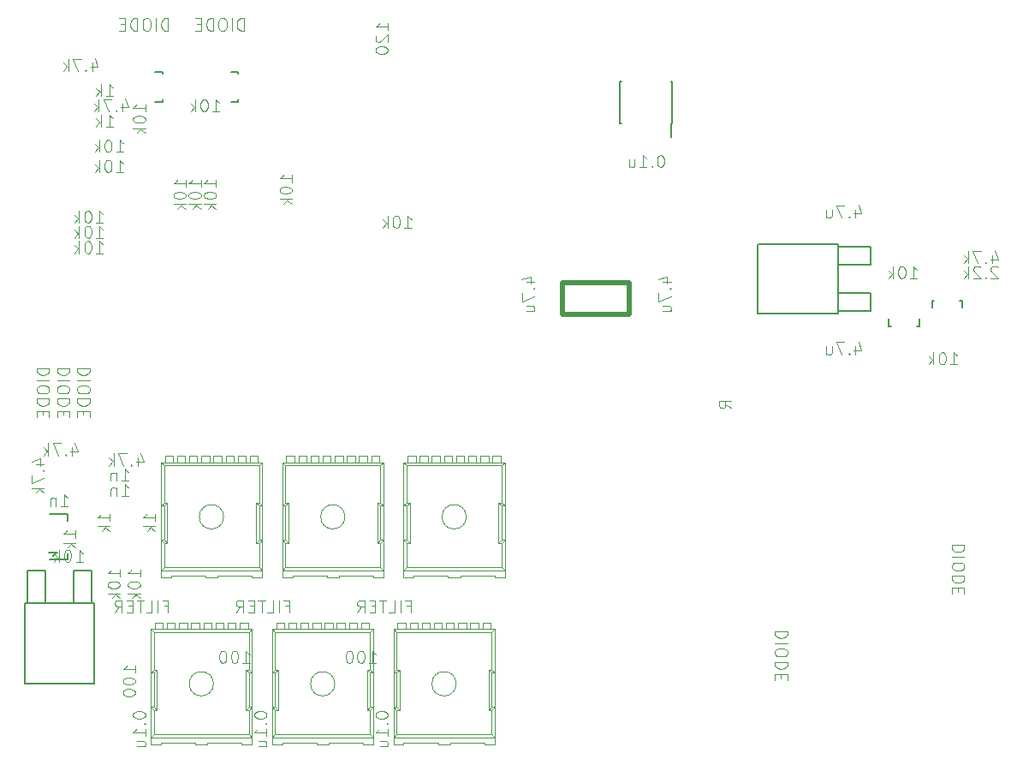
<source format=gbr>
G04 #@! TF.FileFunction,Legend,Bot*
%FSLAX46Y46*%
G04 Gerber Fmt 4.6, Leading zero omitted, Abs format (unit mm)*
G04 Created by KiCad (PCBNEW 4.0.6) date 04/10/17 19:15:21*
%MOMM*%
%LPD*%
G01*
G04 APERTURE LIST*
%ADD10C,0.100000*%
%ADD11C,0.150000*%
%ADD12C,0.500000*%
%ADD13C,0.101600*%
G04 APERTURE END LIST*
D10*
D11*
X5397000Y-63524000D02*
X5397000Y-60349000D01*
X5397000Y-60349000D02*
X7175000Y-60349000D01*
X7175000Y-60349000D02*
X7175000Y-63524000D01*
X825000Y-63524000D02*
X825000Y-60349000D01*
X825000Y-60349000D02*
X2603000Y-60349000D01*
X2603000Y-60349000D02*
X2603000Y-63524000D01*
X7429000Y-69620000D02*
X7429000Y-63524000D01*
X7429000Y-63524000D02*
X571000Y-63524000D01*
X571000Y-63524000D02*
X571000Y-71398000D01*
X571000Y-71525000D02*
X7429000Y-71525000D01*
X7429000Y-71398000D02*
X7429000Y-69620000D01*
X64575000Y-16075000D02*
X64430000Y-16075000D01*
X64575000Y-11925000D02*
X64430000Y-11925000D01*
X59425000Y-11925000D02*
X59570000Y-11925000D01*
X59425000Y-16075000D02*
X59570000Y-16075000D01*
X64575000Y-16075000D02*
X64575000Y-11925000D01*
X59425000Y-16075000D02*
X59425000Y-11925000D01*
X64430000Y-16075000D02*
X64430000Y-17475000D01*
X80976000Y-32897000D02*
X84151000Y-32897000D01*
X84151000Y-32897000D02*
X84151000Y-34675000D01*
X84151000Y-34675000D02*
X80976000Y-34675000D01*
X80976000Y-28325000D02*
X84151000Y-28325000D01*
X84151000Y-28325000D02*
X84151000Y-30103000D01*
X84151000Y-30103000D02*
X80976000Y-30103000D01*
X74880000Y-34929000D02*
X80976000Y-34929000D01*
X80976000Y-34929000D02*
X80976000Y-28071000D01*
X80976000Y-28071000D02*
X73102000Y-28071000D01*
X72975000Y-28071000D02*
X72975000Y-34929000D01*
X73102000Y-34929000D02*
X74880000Y-34929000D01*
X3299340Y-58899920D02*
X3599060Y-58651000D01*
X3599060Y-58651000D02*
X3748920Y-58549400D01*
X3748920Y-58549400D02*
X2900560Y-58549400D01*
X4800480Y-59250440D02*
X2999620Y-59250440D01*
X4800480Y-59250440D02*
X4800480Y-58600200D01*
X4800480Y-54749560D02*
X2999620Y-54749560D01*
X4800480Y-54749560D02*
X4800480Y-55399800D01*
D10*
X34000000Y-77500000D02*
X35000000Y-77500000D01*
X29400000Y-77500000D02*
X30600000Y-77500000D01*
X26000000Y-77500000D02*
X25000000Y-77500000D01*
X29400000Y-77500000D02*
X29400000Y-77300000D01*
X29400000Y-77300000D02*
X26000000Y-77300000D01*
X26000000Y-77300000D02*
X26000000Y-77500000D01*
X34000000Y-77300000D02*
X30600000Y-77300000D01*
X34000000Y-77500000D02*
X34000000Y-77300000D01*
X30600000Y-77500000D02*
X30600000Y-77300000D01*
X35000000Y-77500000D02*
X35000000Y-76800000D01*
X25000000Y-77500000D02*
X25000000Y-76800000D01*
X27400000Y-66100000D02*
X27400000Y-65500000D01*
X27400000Y-65500000D02*
X26600000Y-65500000D01*
X26600000Y-65500000D02*
X26600000Y-66100000D01*
X28600000Y-66100000D02*
X28600000Y-65500000D01*
X28600000Y-65500000D02*
X27800000Y-65500000D01*
X27800000Y-65500000D02*
X27800000Y-66100000D01*
X33800000Y-66100000D02*
X33800000Y-65500000D01*
X33800000Y-65500000D02*
X34600000Y-65500000D01*
X34600000Y-65500000D02*
X34600000Y-66100000D01*
X32600000Y-66100000D02*
X32600000Y-65500000D01*
X32600000Y-65500000D02*
X33400000Y-65500000D01*
X33400000Y-65500000D02*
X33400000Y-66100000D01*
X31400000Y-66100000D02*
X31400000Y-65500000D01*
X31400000Y-65500000D02*
X32200000Y-65500000D01*
X32200000Y-65500000D02*
X32200000Y-66100000D01*
X29800000Y-66100000D02*
X29800000Y-65500000D01*
X29800000Y-65500000D02*
X29000000Y-65500000D01*
X29000000Y-65500000D02*
X29000000Y-66100000D01*
X30200000Y-66100000D02*
X30200000Y-65500000D01*
X30200000Y-65500000D02*
X31000000Y-65500000D01*
X31000000Y-65500000D02*
X31000000Y-66100000D01*
X26200000Y-66100000D02*
X26200000Y-65500000D01*
X26200000Y-65500000D02*
X25400000Y-65500000D01*
X25400000Y-66100000D02*
X25400000Y-65500000D01*
X34700000Y-70400000D02*
X35000000Y-70400000D01*
X34700000Y-73800000D02*
X34700000Y-70400000D01*
X34700000Y-70400000D02*
X34400000Y-70100000D01*
X34400000Y-74100000D02*
X34700000Y-73800000D01*
X34700000Y-73800000D02*
X35000000Y-73800000D01*
X34700000Y-70100000D02*
X34400000Y-70100000D01*
X34400000Y-70100000D02*
X34400000Y-74100000D01*
X34400000Y-74100000D02*
X34700000Y-74100000D01*
X34700000Y-66400000D02*
X34700000Y-70100000D01*
X34700000Y-70100000D02*
X35000000Y-70400000D01*
X34700000Y-74100000D02*
X34700000Y-76500000D01*
X34700000Y-74100000D02*
X35000000Y-73800000D01*
X25300000Y-70400000D02*
X25000000Y-70400000D01*
X25300000Y-73800000D02*
X25300000Y-70400000D01*
X25300000Y-70400000D02*
X25600000Y-70100000D01*
X25600000Y-74100000D02*
X25300000Y-73800000D01*
X25300000Y-73800000D02*
X25000000Y-73800000D01*
X25300000Y-70100000D02*
X25600000Y-70100000D01*
X25600000Y-70100000D02*
X25600000Y-74100000D01*
X25600000Y-74100000D02*
X25300000Y-74100000D01*
X25300000Y-74100000D02*
X25300000Y-76500000D01*
X25300000Y-74100000D02*
X25000000Y-73800000D01*
X25300000Y-70100000D02*
X25300000Y-66400000D01*
X25300000Y-70100000D02*
X25000000Y-70400000D01*
X25000000Y-76800000D02*
X25000000Y-66100000D01*
X35000000Y-66100000D02*
X35000000Y-76800000D01*
X25300000Y-66400000D02*
X34700000Y-66400000D01*
X25300000Y-66400000D02*
X25000000Y-66100000D01*
X35000000Y-66100000D02*
X34700000Y-66400000D01*
X25000000Y-66100000D02*
X35000000Y-66100000D01*
X25000000Y-76800000D02*
X25300000Y-76500000D01*
X25300000Y-76500000D02*
X34700000Y-76500000D01*
X34700000Y-76500000D02*
X35000000Y-76800000D01*
X25000000Y-76800000D02*
X35000000Y-76800000D01*
X31200000Y-71500000D02*
G75*
G03X31200000Y-71500000I-1200000J0D01*
G01*
X35000000Y-61000000D02*
X36000000Y-61000000D01*
X30400000Y-61000000D02*
X31600000Y-61000000D01*
X27000000Y-61000000D02*
X26000000Y-61000000D01*
X30400000Y-61000000D02*
X30400000Y-60800000D01*
X30400000Y-60800000D02*
X27000000Y-60800000D01*
X27000000Y-60800000D02*
X27000000Y-61000000D01*
X35000000Y-60800000D02*
X31600000Y-60800000D01*
X35000000Y-61000000D02*
X35000000Y-60800000D01*
X31600000Y-61000000D02*
X31600000Y-60800000D01*
X36000000Y-61000000D02*
X36000000Y-60300000D01*
X26000000Y-61000000D02*
X26000000Y-60300000D01*
X28400000Y-49600000D02*
X28400000Y-49000000D01*
X28400000Y-49000000D02*
X27600000Y-49000000D01*
X27600000Y-49000000D02*
X27600000Y-49600000D01*
X29600000Y-49600000D02*
X29600000Y-49000000D01*
X29600000Y-49000000D02*
X28800000Y-49000000D01*
X28800000Y-49000000D02*
X28800000Y-49600000D01*
X34800000Y-49600000D02*
X34800000Y-49000000D01*
X34800000Y-49000000D02*
X35600000Y-49000000D01*
X35600000Y-49000000D02*
X35600000Y-49600000D01*
X33600000Y-49600000D02*
X33600000Y-49000000D01*
X33600000Y-49000000D02*
X34400000Y-49000000D01*
X34400000Y-49000000D02*
X34400000Y-49600000D01*
X32400000Y-49600000D02*
X32400000Y-49000000D01*
X32400000Y-49000000D02*
X33200000Y-49000000D01*
X33200000Y-49000000D02*
X33200000Y-49600000D01*
X30800000Y-49600000D02*
X30800000Y-49000000D01*
X30800000Y-49000000D02*
X30000000Y-49000000D01*
X30000000Y-49000000D02*
X30000000Y-49600000D01*
X31200000Y-49600000D02*
X31200000Y-49000000D01*
X31200000Y-49000000D02*
X32000000Y-49000000D01*
X32000000Y-49000000D02*
X32000000Y-49600000D01*
X27200000Y-49600000D02*
X27200000Y-49000000D01*
X27200000Y-49000000D02*
X26400000Y-49000000D01*
X26400000Y-49600000D02*
X26400000Y-49000000D01*
X35700000Y-53900000D02*
X36000000Y-53900000D01*
X35700000Y-57300000D02*
X35700000Y-53900000D01*
X35700000Y-53900000D02*
X35400000Y-53600000D01*
X35400000Y-57600000D02*
X35700000Y-57300000D01*
X35700000Y-57300000D02*
X36000000Y-57300000D01*
X35700000Y-53600000D02*
X35400000Y-53600000D01*
X35400000Y-53600000D02*
X35400000Y-57600000D01*
X35400000Y-57600000D02*
X35700000Y-57600000D01*
X35700000Y-49900000D02*
X35700000Y-53600000D01*
X35700000Y-53600000D02*
X36000000Y-53900000D01*
X35700000Y-57600000D02*
X35700000Y-60000000D01*
X35700000Y-57600000D02*
X36000000Y-57300000D01*
X26300000Y-53900000D02*
X26000000Y-53900000D01*
X26300000Y-57300000D02*
X26300000Y-53900000D01*
X26300000Y-53900000D02*
X26600000Y-53600000D01*
X26600000Y-57600000D02*
X26300000Y-57300000D01*
X26300000Y-57300000D02*
X26000000Y-57300000D01*
X26300000Y-53600000D02*
X26600000Y-53600000D01*
X26600000Y-53600000D02*
X26600000Y-57600000D01*
X26600000Y-57600000D02*
X26300000Y-57600000D01*
X26300000Y-57600000D02*
X26300000Y-60000000D01*
X26300000Y-57600000D02*
X26000000Y-57300000D01*
X26300000Y-53600000D02*
X26300000Y-49900000D01*
X26300000Y-53600000D02*
X26000000Y-53900000D01*
X26000000Y-60300000D02*
X26000000Y-49600000D01*
X36000000Y-49600000D02*
X36000000Y-60300000D01*
X26300000Y-49900000D02*
X35700000Y-49900000D01*
X26300000Y-49900000D02*
X26000000Y-49600000D01*
X36000000Y-49600000D02*
X35700000Y-49900000D01*
X26000000Y-49600000D02*
X36000000Y-49600000D01*
X26000000Y-60300000D02*
X26300000Y-60000000D01*
X26300000Y-60000000D02*
X35700000Y-60000000D01*
X35700000Y-60000000D02*
X36000000Y-60300000D01*
X26000000Y-60300000D02*
X36000000Y-60300000D01*
X32200000Y-55000000D02*
G75*
G03X32200000Y-55000000I-1200000J0D01*
G01*
X22000000Y-77500000D02*
X23000000Y-77500000D01*
X17400000Y-77500000D02*
X18600000Y-77500000D01*
X14000000Y-77500000D02*
X13000000Y-77500000D01*
X17400000Y-77500000D02*
X17400000Y-77300000D01*
X17400000Y-77300000D02*
X14000000Y-77300000D01*
X14000000Y-77300000D02*
X14000000Y-77500000D01*
X22000000Y-77300000D02*
X18600000Y-77300000D01*
X22000000Y-77500000D02*
X22000000Y-77300000D01*
X18600000Y-77500000D02*
X18600000Y-77300000D01*
X23000000Y-77500000D02*
X23000000Y-76800000D01*
X13000000Y-77500000D02*
X13000000Y-76800000D01*
X15400000Y-66100000D02*
X15400000Y-65500000D01*
X15400000Y-65500000D02*
X14600000Y-65500000D01*
X14600000Y-65500000D02*
X14600000Y-66100000D01*
X16600000Y-66100000D02*
X16600000Y-65500000D01*
X16600000Y-65500000D02*
X15800000Y-65500000D01*
X15800000Y-65500000D02*
X15800000Y-66100000D01*
X21800000Y-66100000D02*
X21800000Y-65500000D01*
X21800000Y-65500000D02*
X22600000Y-65500000D01*
X22600000Y-65500000D02*
X22600000Y-66100000D01*
X20600000Y-66100000D02*
X20600000Y-65500000D01*
X20600000Y-65500000D02*
X21400000Y-65500000D01*
X21400000Y-65500000D02*
X21400000Y-66100000D01*
X19400000Y-66100000D02*
X19400000Y-65500000D01*
X19400000Y-65500000D02*
X20200000Y-65500000D01*
X20200000Y-65500000D02*
X20200000Y-66100000D01*
X17800000Y-66100000D02*
X17800000Y-65500000D01*
X17800000Y-65500000D02*
X17000000Y-65500000D01*
X17000000Y-65500000D02*
X17000000Y-66100000D01*
X18200000Y-66100000D02*
X18200000Y-65500000D01*
X18200000Y-65500000D02*
X19000000Y-65500000D01*
X19000000Y-65500000D02*
X19000000Y-66100000D01*
X14200000Y-66100000D02*
X14200000Y-65500000D01*
X14200000Y-65500000D02*
X13400000Y-65500000D01*
X13400000Y-66100000D02*
X13400000Y-65500000D01*
X22700000Y-70400000D02*
X23000000Y-70400000D01*
X22700000Y-73800000D02*
X22700000Y-70400000D01*
X22700000Y-70400000D02*
X22400000Y-70100000D01*
X22400000Y-74100000D02*
X22700000Y-73800000D01*
X22700000Y-73800000D02*
X23000000Y-73800000D01*
X22700000Y-70100000D02*
X22400000Y-70100000D01*
X22400000Y-70100000D02*
X22400000Y-74100000D01*
X22400000Y-74100000D02*
X22700000Y-74100000D01*
X22700000Y-66400000D02*
X22700000Y-70100000D01*
X22700000Y-70100000D02*
X23000000Y-70400000D01*
X22700000Y-74100000D02*
X22700000Y-76500000D01*
X22700000Y-74100000D02*
X23000000Y-73800000D01*
X13300000Y-70400000D02*
X13000000Y-70400000D01*
X13300000Y-73800000D02*
X13300000Y-70400000D01*
X13300000Y-70400000D02*
X13600000Y-70100000D01*
X13600000Y-74100000D02*
X13300000Y-73800000D01*
X13300000Y-73800000D02*
X13000000Y-73800000D01*
X13300000Y-70100000D02*
X13600000Y-70100000D01*
X13600000Y-70100000D02*
X13600000Y-74100000D01*
X13600000Y-74100000D02*
X13300000Y-74100000D01*
X13300000Y-74100000D02*
X13300000Y-76500000D01*
X13300000Y-74100000D02*
X13000000Y-73800000D01*
X13300000Y-70100000D02*
X13300000Y-66400000D01*
X13300000Y-70100000D02*
X13000000Y-70400000D01*
X13000000Y-76800000D02*
X13000000Y-66100000D01*
X23000000Y-66100000D02*
X23000000Y-76800000D01*
X13300000Y-66400000D02*
X22700000Y-66400000D01*
X13300000Y-66400000D02*
X13000000Y-66100000D01*
X23000000Y-66100000D02*
X22700000Y-66400000D01*
X13000000Y-66100000D02*
X23000000Y-66100000D01*
X13000000Y-76800000D02*
X13300000Y-76500000D01*
X13300000Y-76500000D02*
X22700000Y-76500000D01*
X22700000Y-76500000D02*
X23000000Y-76800000D01*
X13000000Y-76800000D02*
X23000000Y-76800000D01*
X19200000Y-71500000D02*
G75*
G03X19200000Y-71500000I-1200000J0D01*
G01*
X23000000Y-61000000D02*
X24000000Y-61000000D01*
X18400000Y-61000000D02*
X19600000Y-61000000D01*
X15000000Y-61000000D02*
X14000000Y-61000000D01*
X18400000Y-61000000D02*
X18400000Y-60800000D01*
X18400000Y-60800000D02*
X15000000Y-60800000D01*
X15000000Y-60800000D02*
X15000000Y-61000000D01*
X23000000Y-60800000D02*
X19600000Y-60800000D01*
X23000000Y-61000000D02*
X23000000Y-60800000D01*
X19600000Y-61000000D02*
X19600000Y-60800000D01*
X24000000Y-61000000D02*
X24000000Y-60300000D01*
X14000000Y-61000000D02*
X14000000Y-60300000D01*
X16400000Y-49600000D02*
X16400000Y-49000000D01*
X16400000Y-49000000D02*
X15600000Y-49000000D01*
X15600000Y-49000000D02*
X15600000Y-49600000D01*
X17600000Y-49600000D02*
X17600000Y-49000000D01*
X17600000Y-49000000D02*
X16800000Y-49000000D01*
X16800000Y-49000000D02*
X16800000Y-49600000D01*
X22800000Y-49600000D02*
X22800000Y-49000000D01*
X22800000Y-49000000D02*
X23600000Y-49000000D01*
X23600000Y-49000000D02*
X23600000Y-49600000D01*
X21600000Y-49600000D02*
X21600000Y-49000000D01*
X21600000Y-49000000D02*
X22400000Y-49000000D01*
X22400000Y-49000000D02*
X22400000Y-49600000D01*
X20400000Y-49600000D02*
X20400000Y-49000000D01*
X20400000Y-49000000D02*
X21200000Y-49000000D01*
X21200000Y-49000000D02*
X21200000Y-49600000D01*
X18800000Y-49600000D02*
X18800000Y-49000000D01*
X18800000Y-49000000D02*
X18000000Y-49000000D01*
X18000000Y-49000000D02*
X18000000Y-49600000D01*
X19200000Y-49600000D02*
X19200000Y-49000000D01*
X19200000Y-49000000D02*
X20000000Y-49000000D01*
X20000000Y-49000000D02*
X20000000Y-49600000D01*
X15200000Y-49600000D02*
X15200000Y-49000000D01*
X15200000Y-49000000D02*
X14400000Y-49000000D01*
X14400000Y-49600000D02*
X14400000Y-49000000D01*
X23700000Y-53900000D02*
X24000000Y-53900000D01*
X23700000Y-57300000D02*
X23700000Y-53900000D01*
X23700000Y-53900000D02*
X23400000Y-53600000D01*
X23400000Y-57600000D02*
X23700000Y-57300000D01*
X23700000Y-57300000D02*
X24000000Y-57300000D01*
X23700000Y-53600000D02*
X23400000Y-53600000D01*
X23400000Y-53600000D02*
X23400000Y-57600000D01*
X23400000Y-57600000D02*
X23700000Y-57600000D01*
X23700000Y-49900000D02*
X23700000Y-53600000D01*
X23700000Y-53600000D02*
X24000000Y-53900000D01*
X23700000Y-57600000D02*
X23700000Y-60000000D01*
X23700000Y-57600000D02*
X24000000Y-57300000D01*
X14300000Y-53900000D02*
X14000000Y-53900000D01*
X14300000Y-57300000D02*
X14300000Y-53900000D01*
X14300000Y-53900000D02*
X14600000Y-53600000D01*
X14600000Y-57600000D02*
X14300000Y-57300000D01*
X14300000Y-57300000D02*
X14000000Y-57300000D01*
X14300000Y-53600000D02*
X14600000Y-53600000D01*
X14600000Y-53600000D02*
X14600000Y-57600000D01*
X14600000Y-57600000D02*
X14300000Y-57600000D01*
X14300000Y-57600000D02*
X14300000Y-60000000D01*
X14300000Y-57600000D02*
X14000000Y-57300000D01*
X14300000Y-53600000D02*
X14300000Y-49900000D01*
X14300000Y-53600000D02*
X14000000Y-53900000D01*
X14000000Y-60300000D02*
X14000000Y-49600000D01*
X24000000Y-49600000D02*
X24000000Y-60300000D01*
X14300000Y-49900000D02*
X23700000Y-49900000D01*
X14300000Y-49900000D02*
X14000000Y-49600000D01*
X24000000Y-49600000D02*
X23700000Y-49900000D01*
X14000000Y-49600000D02*
X24000000Y-49600000D01*
X14000000Y-60300000D02*
X14300000Y-60000000D01*
X14300000Y-60000000D02*
X23700000Y-60000000D01*
X23700000Y-60000000D02*
X24000000Y-60300000D01*
X14000000Y-60300000D02*
X24000000Y-60300000D01*
X20200000Y-55000000D02*
G75*
G03X20200000Y-55000000I-1200000J0D01*
G01*
X46000000Y-77500000D02*
X47000000Y-77500000D01*
X41400000Y-77500000D02*
X42600000Y-77500000D01*
X38000000Y-77500000D02*
X37000000Y-77500000D01*
X41400000Y-77500000D02*
X41400000Y-77300000D01*
X41400000Y-77300000D02*
X38000000Y-77300000D01*
X38000000Y-77300000D02*
X38000000Y-77500000D01*
X46000000Y-77300000D02*
X42600000Y-77300000D01*
X46000000Y-77500000D02*
X46000000Y-77300000D01*
X42600000Y-77500000D02*
X42600000Y-77300000D01*
X47000000Y-77500000D02*
X47000000Y-76800000D01*
X37000000Y-77500000D02*
X37000000Y-76800000D01*
X39400000Y-66100000D02*
X39400000Y-65500000D01*
X39400000Y-65500000D02*
X38600000Y-65500000D01*
X38600000Y-65500000D02*
X38600000Y-66100000D01*
X40600000Y-66100000D02*
X40600000Y-65500000D01*
X40600000Y-65500000D02*
X39800000Y-65500000D01*
X39800000Y-65500000D02*
X39800000Y-66100000D01*
X45800000Y-66100000D02*
X45800000Y-65500000D01*
X45800000Y-65500000D02*
X46600000Y-65500000D01*
X46600000Y-65500000D02*
X46600000Y-66100000D01*
X44600000Y-66100000D02*
X44600000Y-65500000D01*
X44600000Y-65500000D02*
X45400000Y-65500000D01*
X45400000Y-65500000D02*
X45400000Y-66100000D01*
X43400000Y-66100000D02*
X43400000Y-65500000D01*
X43400000Y-65500000D02*
X44200000Y-65500000D01*
X44200000Y-65500000D02*
X44200000Y-66100000D01*
X41800000Y-66100000D02*
X41800000Y-65500000D01*
X41800000Y-65500000D02*
X41000000Y-65500000D01*
X41000000Y-65500000D02*
X41000000Y-66100000D01*
X42200000Y-66100000D02*
X42200000Y-65500000D01*
X42200000Y-65500000D02*
X43000000Y-65500000D01*
X43000000Y-65500000D02*
X43000000Y-66100000D01*
X38200000Y-66100000D02*
X38200000Y-65500000D01*
X38200000Y-65500000D02*
X37400000Y-65500000D01*
X37400000Y-66100000D02*
X37400000Y-65500000D01*
X46700000Y-70400000D02*
X47000000Y-70400000D01*
X46700000Y-73800000D02*
X46700000Y-70400000D01*
X46700000Y-70400000D02*
X46400000Y-70100000D01*
X46400000Y-74100000D02*
X46700000Y-73800000D01*
X46700000Y-73800000D02*
X47000000Y-73800000D01*
X46700000Y-70100000D02*
X46400000Y-70100000D01*
X46400000Y-70100000D02*
X46400000Y-74100000D01*
X46400000Y-74100000D02*
X46700000Y-74100000D01*
X46700000Y-66400000D02*
X46700000Y-70100000D01*
X46700000Y-70100000D02*
X47000000Y-70400000D01*
X46700000Y-74100000D02*
X46700000Y-76500000D01*
X46700000Y-74100000D02*
X47000000Y-73800000D01*
X37300000Y-70400000D02*
X37000000Y-70400000D01*
X37300000Y-73800000D02*
X37300000Y-70400000D01*
X37300000Y-70400000D02*
X37600000Y-70100000D01*
X37600000Y-74100000D02*
X37300000Y-73800000D01*
X37300000Y-73800000D02*
X37000000Y-73800000D01*
X37300000Y-70100000D02*
X37600000Y-70100000D01*
X37600000Y-70100000D02*
X37600000Y-74100000D01*
X37600000Y-74100000D02*
X37300000Y-74100000D01*
X37300000Y-74100000D02*
X37300000Y-76500000D01*
X37300000Y-74100000D02*
X37000000Y-73800000D01*
X37300000Y-70100000D02*
X37300000Y-66400000D01*
X37300000Y-70100000D02*
X37000000Y-70400000D01*
X37000000Y-76800000D02*
X37000000Y-66100000D01*
X47000000Y-66100000D02*
X47000000Y-76800000D01*
X37300000Y-66400000D02*
X46700000Y-66400000D01*
X37300000Y-66400000D02*
X37000000Y-66100000D01*
X47000000Y-66100000D02*
X46700000Y-66400000D01*
X37000000Y-66100000D02*
X47000000Y-66100000D01*
X37000000Y-76800000D02*
X37300000Y-76500000D01*
X37300000Y-76500000D02*
X46700000Y-76500000D01*
X46700000Y-76500000D02*
X47000000Y-76800000D01*
X37000000Y-76800000D02*
X47000000Y-76800000D01*
X43200000Y-71500000D02*
G75*
G03X43200000Y-71500000I-1200000J0D01*
G01*
X47000000Y-61000000D02*
X48000000Y-61000000D01*
X42400000Y-61000000D02*
X43600000Y-61000000D01*
X39000000Y-61000000D02*
X38000000Y-61000000D01*
X42400000Y-61000000D02*
X42400000Y-60800000D01*
X42400000Y-60800000D02*
X39000000Y-60800000D01*
X39000000Y-60800000D02*
X39000000Y-61000000D01*
X47000000Y-60800000D02*
X43600000Y-60800000D01*
X47000000Y-61000000D02*
X47000000Y-60800000D01*
X43600000Y-61000000D02*
X43600000Y-60800000D01*
X48000000Y-61000000D02*
X48000000Y-60300000D01*
X38000000Y-61000000D02*
X38000000Y-60300000D01*
X40400000Y-49600000D02*
X40400000Y-49000000D01*
X40400000Y-49000000D02*
X39600000Y-49000000D01*
X39600000Y-49000000D02*
X39600000Y-49600000D01*
X41600000Y-49600000D02*
X41600000Y-49000000D01*
X41600000Y-49000000D02*
X40800000Y-49000000D01*
X40800000Y-49000000D02*
X40800000Y-49600000D01*
X46800000Y-49600000D02*
X46800000Y-49000000D01*
X46800000Y-49000000D02*
X47600000Y-49000000D01*
X47600000Y-49000000D02*
X47600000Y-49600000D01*
X45600000Y-49600000D02*
X45600000Y-49000000D01*
X45600000Y-49000000D02*
X46400000Y-49000000D01*
X46400000Y-49000000D02*
X46400000Y-49600000D01*
X44400000Y-49600000D02*
X44400000Y-49000000D01*
X44400000Y-49000000D02*
X45200000Y-49000000D01*
X45200000Y-49000000D02*
X45200000Y-49600000D01*
X42800000Y-49600000D02*
X42800000Y-49000000D01*
X42800000Y-49000000D02*
X42000000Y-49000000D01*
X42000000Y-49000000D02*
X42000000Y-49600000D01*
X43200000Y-49600000D02*
X43200000Y-49000000D01*
X43200000Y-49000000D02*
X44000000Y-49000000D01*
X44000000Y-49000000D02*
X44000000Y-49600000D01*
X39200000Y-49600000D02*
X39200000Y-49000000D01*
X39200000Y-49000000D02*
X38400000Y-49000000D01*
X38400000Y-49600000D02*
X38400000Y-49000000D01*
X47700000Y-53900000D02*
X48000000Y-53900000D01*
X47700000Y-57300000D02*
X47700000Y-53900000D01*
X47700000Y-53900000D02*
X47400000Y-53600000D01*
X47400000Y-57600000D02*
X47700000Y-57300000D01*
X47700000Y-57300000D02*
X48000000Y-57300000D01*
X47700000Y-53600000D02*
X47400000Y-53600000D01*
X47400000Y-53600000D02*
X47400000Y-57600000D01*
X47400000Y-57600000D02*
X47700000Y-57600000D01*
X47700000Y-49900000D02*
X47700000Y-53600000D01*
X47700000Y-53600000D02*
X48000000Y-53900000D01*
X47700000Y-57600000D02*
X47700000Y-60000000D01*
X47700000Y-57600000D02*
X48000000Y-57300000D01*
X38300000Y-53900000D02*
X38000000Y-53900000D01*
X38300000Y-57300000D02*
X38300000Y-53900000D01*
X38300000Y-53900000D02*
X38600000Y-53600000D01*
X38600000Y-57600000D02*
X38300000Y-57300000D01*
X38300000Y-57300000D02*
X38000000Y-57300000D01*
X38300000Y-53600000D02*
X38600000Y-53600000D01*
X38600000Y-53600000D02*
X38600000Y-57600000D01*
X38600000Y-57600000D02*
X38300000Y-57600000D01*
X38300000Y-57600000D02*
X38300000Y-60000000D01*
X38300000Y-57600000D02*
X38000000Y-57300000D01*
X38300000Y-53600000D02*
X38300000Y-49900000D01*
X38300000Y-53600000D02*
X38000000Y-53900000D01*
X38000000Y-60300000D02*
X38000000Y-49600000D01*
X48000000Y-49600000D02*
X48000000Y-60300000D01*
X38300000Y-49900000D02*
X47700000Y-49900000D01*
X38300000Y-49900000D02*
X38000000Y-49600000D01*
X48000000Y-49600000D02*
X47700000Y-49900000D01*
X38000000Y-49600000D02*
X48000000Y-49600000D01*
X38000000Y-60300000D02*
X38300000Y-60000000D01*
X38300000Y-60000000D02*
X47700000Y-60000000D01*
X47700000Y-60000000D02*
X48000000Y-60300000D01*
X38000000Y-60300000D02*
X48000000Y-60300000D01*
X44200000Y-55000000D02*
G75*
G03X44200000Y-55000000I-1200000J0D01*
G01*
D11*
X13449200Y-13999820D02*
X14150240Y-13999820D01*
X14150240Y-13999820D02*
X14150240Y-13750900D01*
X14150240Y-11200840D02*
X14150240Y-11000180D01*
X14150240Y-11000180D02*
X13449200Y-11000180D01*
X20949200Y-13999820D02*
X21650240Y-13999820D01*
X21650240Y-13999820D02*
X21650240Y-13750900D01*
X21650240Y-11200840D02*
X21650240Y-11000180D01*
X21650240Y-11000180D02*
X20949200Y-11000180D01*
X93249820Y-34300800D02*
X93249820Y-33599760D01*
X93249820Y-33599760D02*
X93000900Y-33599760D01*
X90450840Y-33599760D02*
X90250180Y-33599760D01*
X90250180Y-33599760D02*
X90250180Y-34300800D01*
X86000180Y-35449200D02*
X86000180Y-36150240D01*
X86000180Y-36150240D02*
X86249100Y-36150240D01*
X88799160Y-36150240D02*
X88999820Y-36150240D01*
X88999820Y-36150240D02*
X88999820Y-35449200D01*
D12*
X60300000Y-35000000D02*
X60300000Y-31900000D01*
X53700000Y-35000000D02*
X53700000Y-31900000D01*
X53700000Y-31900000D02*
X60300000Y-31900000D01*
X53700000Y-35000000D02*
X60300000Y-35000000D01*
D13*
X35236048Y-74517071D02*
X35236048Y-74631976D01*
X35293500Y-74746881D01*
X35350952Y-74804333D01*
X35465857Y-74861786D01*
X35695667Y-74919238D01*
X35982929Y-74919238D01*
X36212738Y-74861786D01*
X36327643Y-74804333D01*
X36385095Y-74746881D01*
X36442548Y-74631976D01*
X36442548Y-74517071D01*
X36385095Y-74402167D01*
X36327643Y-74344714D01*
X36212738Y-74287262D01*
X35982929Y-74229810D01*
X35695667Y-74229810D01*
X35465857Y-74287262D01*
X35350952Y-74344714D01*
X35293500Y-74402167D01*
X35236048Y-74517071D01*
X36327643Y-75436310D02*
X36385095Y-75493762D01*
X36442548Y-75436310D01*
X36385095Y-75378858D01*
X36327643Y-75436310D01*
X36442548Y-75436310D01*
X36442548Y-76642810D02*
X36442548Y-75953382D01*
X36442548Y-76298096D02*
X35236048Y-76298096D01*
X35408405Y-76183191D01*
X35523310Y-76068286D01*
X35580762Y-75953382D01*
X35638214Y-77676953D02*
X36442548Y-77676953D01*
X35638214Y-77159882D02*
X36270190Y-77159882D01*
X36385095Y-77217334D01*
X36442548Y-77332239D01*
X36442548Y-77504596D01*
X36385095Y-77619501D01*
X36327643Y-77676953D01*
X26310571Y-63810571D02*
X26712738Y-63810571D01*
X26712738Y-64442548D02*
X26712738Y-63236048D01*
X26138214Y-63236048D01*
X25678595Y-64442548D02*
X25678595Y-63236048D01*
X24529547Y-64442548D02*
X25104071Y-64442548D01*
X25104071Y-63236048D01*
X24299738Y-63236048D02*
X23610310Y-63236048D01*
X23955024Y-64442548D02*
X23955024Y-63236048D01*
X23208143Y-63810571D02*
X22805976Y-63810571D01*
X22633619Y-64442548D02*
X23208143Y-64442548D01*
X23208143Y-63236048D01*
X22633619Y-63236048D01*
X21427120Y-64442548D02*
X21829286Y-63868024D01*
X22116548Y-64442548D02*
X22116548Y-63236048D01*
X21656929Y-63236048D01*
X21542024Y-63293500D01*
X21484572Y-63350952D01*
X21427120Y-63465857D01*
X21427120Y-63638214D01*
X21484572Y-63753119D01*
X21542024Y-63810571D01*
X21656929Y-63868024D01*
X22116548Y-63868024D01*
X14310571Y-63810571D02*
X14712738Y-63810571D01*
X14712738Y-64442548D02*
X14712738Y-63236048D01*
X14138214Y-63236048D01*
X13678595Y-64442548D02*
X13678595Y-63236048D01*
X12529547Y-64442548D02*
X13104071Y-64442548D01*
X13104071Y-63236048D01*
X12299738Y-63236048D02*
X11610310Y-63236048D01*
X11955024Y-64442548D02*
X11955024Y-63236048D01*
X11208143Y-63810571D02*
X10805976Y-63810571D01*
X10633619Y-64442548D02*
X11208143Y-64442548D01*
X11208143Y-63236048D01*
X10633619Y-63236048D01*
X9427120Y-64442548D02*
X9829286Y-63868024D01*
X10116548Y-64442548D02*
X10116548Y-63236048D01*
X9656929Y-63236048D01*
X9542024Y-63293500D01*
X9484572Y-63350952D01*
X9427120Y-63465857D01*
X9427120Y-63638214D01*
X9484572Y-63753119D01*
X9542024Y-63810571D01*
X9656929Y-63868024D01*
X10116548Y-63868024D01*
X38310571Y-63810571D02*
X38712738Y-63810571D01*
X38712738Y-64442548D02*
X38712738Y-63236048D01*
X38138214Y-63236048D01*
X37678595Y-64442548D02*
X37678595Y-63236048D01*
X36529547Y-64442548D02*
X37104071Y-64442548D01*
X37104071Y-63236048D01*
X36299738Y-63236048D02*
X35610310Y-63236048D01*
X35955024Y-64442548D02*
X35955024Y-63236048D01*
X35208143Y-63810571D02*
X34805976Y-63810571D01*
X34633619Y-64442548D02*
X35208143Y-64442548D01*
X35208143Y-63236048D01*
X34633619Y-63236048D01*
X33427120Y-64442548D02*
X33829286Y-63868024D01*
X34116548Y-64442548D02*
X34116548Y-63236048D01*
X33656929Y-63236048D01*
X33542024Y-63293500D01*
X33484572Y-63350952D01*
X33427120Y-63465857D01*
X33427120Y-63638214D01*
X33484572Y-63753119D01*
X33542024Y-63810571D01*
X33656929Y-63868024D01*
X34116548Y-63868024D01*
X8580762Y-13442548D02*
X9270190Y-13442548D01*
X8925476Y-13442548D02*
X8925476Y-12236048D01*
X9040381Y-12408405D01*
X9155286Y-12523310D01*
X9270190Y-12580762D01*
X8063690Y-13442548D02*
X8063690Y-12236048D01*
X7948785Y-12982929D02*
X7604071Y-13442548D01*
X7604071Y-12638214D02*
X8063690Y-13097833D01*
X8580762Y-16442548D02*
X9270190Y-16442548D01*
X8925476Y-16442548D02*
X8925476Y-15236048D01*
X9040381Y-15408405D01*
X9155286Y-15523310D01*
X9270190Y-15580762D01*
X8063690Y-16442548D02*
X8063690Y-15236048D01*
X7948785Y-15982929D02*
X7604071Y-16442548D01*
X7604071Y-15638214D02*
X8063690Y-16097833D01*
X7580762Y-25942548D02*
X8270190Y-25942548D01*
X7925476Y-25942548D02*
X7925476Y-24736048D01*
X8040381Y-24908405D01*
X8155286Y-25023310D01*
X8270190Y-25080762D01*
X6833881Y-24736048D02*
X6718976Y-24736048D01*
X6604071Y-24793500D01*
X6546619Y-24850952D01*
X6489166Y-24965857D01*
X6431714Y-25195667D01*
X6431714Y-25482929D01*
X6489166Y-25712738D01*
X6546619Y-25827643D01*
X6604071Y-25885095D01*
X6718976Y-25942548D01*
X6833881Y-25942548D01*
X6948785Y-25885095D01*
X7006238Y-25827643D01*
X7063690Y-25712738D01*
X7121142Y-25482929D01*
X7121142Y-25195667D01*
X7063690Y-24965857D01*
X7006238Y-24850952D01*
X6948785Y-24793500D01*
X6833881Y-24736048D01*
X5914642Y-25942548D02*
X5914642Y-24736048D01*
X5799737Y-25482929D02*
X5455023Y-25942548D01*
X5455023Y-25138214D02*
X5914642Y-25597833D01*
X7580762Y-27442548D02*
X8270190Y-27442548D01*
X7925476Y-27442548D02*
X7925476Y-26236048D01*
X8040381Y-26408405D01*
X8155286Y-26523310D01*
X8270190Y-26580762D01*
X6833881Y-26236048D02*
X6718976Y-26236048D01*
X6604071Y-26293500D01*
X6546619Y-26350952D01*
X6489166Y-26465857D01*
X6431714Y-26695667D01*
X6431714Y-26982929D01*
X6489166Y-27212738D01*
X6546619Y-27327643D01*
X6604071Y-27385095D01*
X6718976Y-27442548D01*
X6833881Y-27442548D01*
X6948785Y-27385095D01*
X7006238Y-27327643D01*
X7063690Y-27212738D01*
X7121142Y-26982929D01*
X7121142Y-26695667D01*
X7063690Y-26465857D01*
X7006238Y-26350952D01*
X6948785Y-26293500D01*
X6833881Y-26236048D01*
X5914642Y-27442548D02*
X5914642Y-26236048D01*
X5799737Y-26982929D02*
X5455023Y-27442548D01*
X5455023Y-26638214D02*
X5914642Y-27097833D01*
X7580762Y-28942548D02*
X8270190Y-28942548D01*
X7925476Y-28942548D02*
X7925476Y-27736048D01*
X8040381Y-27908405D01*
X8155286Y-28023310D01*
X8270190Y-28080762D01*
X6833881Y-27736048D02*
X6718976Y-27736048D01*
X6604071Y-27793500D01*
X6546619Y-27850952D01*
X6489166Y-27965857D01*
X6431714Y-28195667D01*
X6431714Y-28482929D01*
X6489166Y-28712738D01*
X6546619Y-28827643D01*
X6604071Y-28885095D01*
X6718976Y-28942548D01*
X6833881Y-28942548D01*
X6948785Y-28885095D01*
X7006238Y-28827643D01*
X7063690Y-28712738D01*
X7121142Y-28482929D01*
X7121142Y-28195667D01*
X7063690Y-27965857D01*
X7006238Y-27850952D01*
X6948785Y-27793500D01*
X6833881Y-27736048D01*
X5914642Y-28942548D02*
X5914642Y-27736048D01*
X5799737Y-28482929D02*
X5455023Y-28942548D01*
X5455023Y-28138214D02*
X5914642Y-28597833D01*
X38080762Y-26442548D02*
X38770190Y-26442548D01*
X38425476Y-26442548D02*
X38425476Y-25236048D01*
X38540381Y-25408405D01*
X38655286Y-25523310D01*
X38770190Y-25580762D01*
X37333881Y-25236048D02*
X37218976Y-25236048D01*
X37104071Y-25293500D01*
X37046619Y-25350952D01*
X36989166Y-25465857D01*
X36931714Y-25695667D01*
X36931714Y-25982929D01*
X36989166Y-26212738D01*
X37046619Y-26327643D01*
X37104071Y-26385095D01*
X37218976Y-26442548D01*
X37333881Y-26442548D01*
X37448785Y-26385095D01*
X37506238Y-26327643D01*
X37563690Y-26212738D01*
X37621142Y-25982929D01*
X37621142Y-25695667D01*
X37563690Y-25465857D01*
X37506238Y-25350952D01*
X37448785Y-25293500D01*
X37333881Y-25236048D01*
X36414642Y-26442548D02*
X36414642Y-25236048D01*
X36299737Y-25982929D02*
X35955023Y-26442548D01*
X35955023Y-25638214D02*
X36414642Y-26097833D01*
X26942548Y-21919238D02*
X26942548Y-21229810D01*
X26942548Y-21574524D02*
X25736048Y-21574524D01*
X25908405Y-21459619D01*
X26023310Y-21344714D01*
X26080762Y-21229810D01*
X25736048Y-22666119D02*
X25736048Y-22781024D01*
X25793500Y-22895929D01*
X25850952Y-22953381D01*
X25965857Y-23010834D01*
X26195667Y-23068286D01*
X26482929Y-23068286D01*
X26712738Y-23010834D01*
X26827643Y-22953381D01*
X26885095Y-22895929D01*
X26942548Y-22781024D01*
X26942548Y-22666119D01*
X26885095Y-22551215D01*
X26827643Y-22493762D01*
X26712738Y-22436310D01*
X26482929Y-22378858D01*
X26195667Y-22378858D01*
X25965857Y-22436310D01*
X25850952Y-22493762D01*
X25793500Y-22551215D01*
X25736048Y-22666119D01*
X26942548Y-23585358D02*
X25736048Y-23585358D01*
X26482929Y-23700263D02*
X26942548Y-24044977D01*
X26138214Y-24044977D02*
X26597833Y-23585358D01*
X23236048Y-74517071D02*
X23236048Y-74631976D01*
X23293500Y-74746881D01*
X23350952Y-74804333D01*
X23465857Y-74861786D01*
X23695667Y-74919238D01*
X23982929Y-74919238D01*
X24212738Y-74861786D01*
X24327643Y-74804333D01*
X24385095Y-74746881D01*
X24442548Y-74631976D01*
X24442548Y-74517071D01*
X24385095Y-74402167D01*
X24327643Y-74344714D01*
X24212738Y-74287262D01*
X23982929Y-74229810D01*
X23695667Y-74229810D01*
X23465857Y-74287262D01*
X23350952Y-74344714D01*
X23293500Y-74402167D01*
X23236048Y-74517071D01*
X24327643Y-75436310D02*
X24385095Y-75493762D01*
X24442548Y-75436310D01*
X24385095Y-75378858D01*
X24327643Y-75436310D01*
X24442548Y-75436310D01*
X24442548Y-76642810D02*
X24442548Y-75953382D01*
X24442548Y-76298096D02*
X23236048Y-76298096D01*
X23408405Y-76183191D01*
X23523310Y-76068286D01*
X23580762Y-75953382D01*
X23638214Y-77676953D02*
X24442548Y-77676953D01*
X23638214Y-77159882D02*
X24270190Y-77159882D01*
X24385095Y-77217334D01*
X24442548Y-77332239D01*
X24442548Y-77504596D01*
X24385095Y-77619501D01*
X24327643Y-77676953D01*
X11236048Y-74517071D02*
X11236048Y-74631976D01*
X11293500Y-74746881D01*
X11350952Y-74804333D01*
X11465857Y-74861786D01*
X11695667Y-74919238D01*
X11982929Y-74919238D01*
X12212738Y-74861786D01*
X12327643Y-74804333D01*
X12385095Y-74746881D01*
X12442548Y-74631976D01*
X12442548Y-74517071D01*
X12385095Y-74402167D01*
X12327643Y-74344714D01*
X12212738Y-74287262D01*
X11982929Y-74229810D01*
X11695667Y-74229810D01*
X11465857Y-74287262D01*
X11350952Y-74344714D01*
X11293500Y-74402167D01*
X11236048Y-74517071D01*
X12327643Y-75436310D02*
X12385095Y-75493762D01*
X12442548Y-75436310D01*
X12385095Y-75378858D01*
X12327643Y-75436310D01*
X12442548Y-75436310D01*
X12442548Y-76642810D02*
X12442548Y-75953382D01*
X12442548Y-76298096D02*
X11236048Y-76298096D01*
X11408405Y-76183191D01*
X11523310Y-76068286D01*
X11580762Y-75953382D01*
X11638214Y-77676953D02*
X12442548Y-77676953D01*
X11638214Y-77159882D02*
X12270190Y-77159882D01*
X12385095Y-77217334D01*
X12442548Y-77332239D01*
X12442548Y-77504596D01*
X12385095Y-77619501D01*
X12327643Y-77676953D01*
X22080762Y-69442548D02*
X22770190Y-69442548D01*
X22425476Y-69442548D02*
X22425476Y-68236048D01*
X22540381Y-68408405D01*
X22655286Y-68523310D01*
X22770190Y-68580762D01*
X21333881Y-68236048D02*
X21218976Y-68236048D01*
X21104071Y-68293500D01*
X21046619Y-68350952D01*
X20989166Y-68465857D01*
X20931714Y-68695667D01*
X20931714Y-68982929D01*
X20989166Y-69212738D01*
X21046619Y-69327643D01*
X21104071Y-69385095D01*
X21218976Y-69442548D01*
X21333881Y-69442548D01*
X21448785Y-69385095D01*
X21506238Y-69327643D01*
X21563690Y-69212738D01*
X21621142Y-68982929D01*
X21621142Y-68695667D01*
X21563690Y-68465857D01*
X21506238Y-68350952D01*
X21448785Y-68293500D01*
X21333881Y-68236048D01*
X20184833Y-68236048D02*
X20069928Y-68236048D01*
X19955023Y-68293500D01*
X19897571Y-68350952D01*
X19840118Y-68465857D01*
X19782666Y-68695667D01*
X19782666Y-68982929D01*
X19840118Y-69212738D01*
X19897571Y-69327643D01*
X19955023Y-69385095D01*
X20069928Y-69442548D01*
X20184833Y-69442548D01*
X20299737Y-69385095D01*
X20357190Y-69327643D01*
X20414642Y-69212738D01*
X20472094Y-68982929D01*
X20472094Y-68695667D01*
X20414642Y-68465857D01*
X20357190Y-68350952D01*
X20299737Y-68293500D01*
X20184833Y-68236048D01*
X11442548Y-70419238D02*
X11442548Y-69729810D01*
X11442548Y-70074524D02*
X10236048Y-70074524D01*
X10408405Y-69959619D01*
X10523310Y-69844714D01*
X10580762Y-69729810D01*
X10236048Y-71166119D02*
X10236048Y-71281024D01*
X10293500Y-71395929D01*
X10350952Y-71453381D01*
X10465857Y-71510834D01*
X10695667Y-71568286D01*
X10982929Y-71568286D01*
X11212738Y-71510834D01*
X11327643Y-71453381D01*
X11385095Y-71395929D01*
X11442548Y-71281024D01*
X11442548Y-71166119D01*
X11385095Y-71051215D01*
X11327643Y-70993762D01*
X11212738Y-70936310D01*
X10982929Y-70878858D01*
X10695667Y-70878858D01*
X10465857Y-70936310D01*
X10350952Y-70993762D01*
X10293500Y-71051215D01*
X10236048Y-71166119D01*
X10236048Y-72315167D02*
X10236048Y-72430072D01*
X10293500Y-72544977D01*
X10350952Y-72602429D01*
X10465857Y-72659882D01*
X10695667Y-72717334D01*
X10982929Y-72717334D01*
X11212738Y-72659882D01*
X11327643Y-72602429D01*
X11385095Y-72544977D01*
X11442548Y-72430072D01*
X11442548Y-72315167D01*
X11385095Y-72200263D01*
X11327643Y-72142810D01*
X11212738Y-72085358D01*
X10982929Y-72027906D01*
X10695667Y-72027906D01*
X10465857Y-72085358D01*
X10350952Y-72142810D01*
X10293500Y-72200263D01*
X10236048Y-72315167D01*
X34580762Y-69442548D02*
X35270190Y-69442548D01*
X34925476Y-69442548D02*
X34925476Y-68236048D01*
X35040381Y-68408405D01*
X35155286Y-68523310D01*
X35270190Y-68580762D01*
X33833881Y-68236048D02*
X33718976Y-68236048D01*
X33604071Y-68293500D01*
X33546619Y-68350952D01*
X33489166Y-68465857D01*
X33431714Y-68695667D01*
X33431714Y-68982929D01*
X33489166Y-69212738D01*
X33546619Y-69327643D01*
X33604071Y-69385095D01*
X33718976Y-69442548D01*
X33833881Y-69442548D01*
X33948785Y-69385095D01*
X34006238Y-69327643D01*
X34063690Y-69212738D01*
X34121142Y-68982929D01*
X34121142Y-68695667D01*
X34063690Y-68465857D01*
X34006238Y-68350952D01*
X33948785Y-68293500D01*
X33833881Y-68236048D01*
X32684833Y-68236048D02*
X32569928Y-68236048D01*
X32455023Y-68293500D01*
X32397571Y-68350952D01*
X32340118Y-68465857D01*
X32282666Y-68695667D01*
X32282666Y-68982929D01*
X32340118Y-69212738D01*
X32397571Y-69327643D01*
X32455023Y-69385095D01*
X32569928Y-69442548D01*
X32684833Y-69442548D01*
X32799737Y-69385095D01*
X32857190Y-69327643D01*
X32914642Y-69212738D01*
X32972094Y-68982929D01*
X32972094Y-68695667D01*
X32914642Y-68465857D01*
X32857190Y-68350952D01*
X32799737Y-68293500D01*
X32684833Y-68236048D01*
X9942548Y-60919238D02*
X9942548Y-60229810D01*
X9942548Y-60574524D02*
X8736048Y-60574524D01*
X8908405Y-60459619D01*
X9023310Y-60344714D01*
X9080762Y-60229810D01*
X8736048Y-61666119D02*
X8736048Y-61781024D01*
X8793500Y-61895929D01*
X8850952Y-61953381D01*
X8965857Y-62010834D01*
X9195667Y-62068286D01*
X9482929Y-62068286D01*
X9712738Y-62010834D01*
X9827643Y-61953381D01*
X9885095Y-61895929D01*
X9942548Y-61781024D01*
X9942548Y-61666119D01*
X9885095Y-61551215D01*
X9827643Y-61493762D01*
X9712738Y-61436310D01*
X9482929Y-61378858D01*
X9195667Y-61378858D01*
X8965857Y-61436310D01*
X8850952Y-61493762D01*
X8793500Y-61551215D01*
X8736048Y-61666119D01*
X9942548Y-62585358D02*
X8736048Y-62585358D01*
X9482929Y-62700263D02*
X9942548Y-63044977D01*
X9138214Y-63044977D02*
X9597833Y-62585358D01*
X11942548Y-60919238D02*
X11942548Y-60229810D01*
X11942548Y-60574524D02*
X10736048Y-60574524D01*
X10908405Y-60459619D01*
X11023310Y-60344714D01*
X11080762Y-60229810D01*
X10736048Y-61666119D02*
X10736048Y-61781024D01*
X10793500Y-61895929D01*
X10850952Y-61953381D01*
X10965857Y-62010834D01*
X11195667Y-62068286D01*
X11482929Y-62068286D01*
X11712738Y-62010834D01*
X11827643Y-61953381D01*
X11885095Y-61895929D01*
X11942548Y-61781024D01*
X11942548Y-61666119D01*
X11885095Y-61551215D01*
X11827643Y-61493762D01*
X11712738Y-61436310D01*
X11482929Y-61378858D01*
X11195667Y-61378858D01*
X10965857Y-61436310D01*
X10850952Y-61493762D01*
X10793500Y-61551215D01*
X10736048Y-61666119D01*
X11942548Y-62585358D02*
X10736048Y-62585358D01*
X11482929Y-62700263D02*
X11942548Y-63044977D01*
X11138214Y-63044977D02*
X11597833Y-62585358D01*
X5580762Y-59442548D02*
X6270190Y-59442548D01*
X5925476Y-59442548D02*
X5925476Y-58236048D01*
X6040381Y-58408405D01*
X6155286Y-58523310D01*
X6270190Y-58580762D01*
X4833881Y-58236048D02*
X4718976Y-58236048D01*
X4604071Y-58293500D01*
X4546619Y-58350952D01*
X4489166Y-58465857D01*
X4431714Y-58695667D01*
X4431714Y-58982929D01*
X4489166Y-59212738D01*
X4546619Y-59327643D01*
X4604071Y-59385095D01*
X4718976Y-59442548D01*
X4833881Y-59442548D01*
X4948785Y-59385095D01*
X5006238Y-59327643D01*
X5063690Y-59212738D01*
X5121142Y-58982929D01*
X5121142Y-58695667D01*
X5063690Y-58465857D01*
X5006238Y-58350952D01*
X4948785Y-58293500D01*
X4833881Y-58236048D01*
X3914642Y-59442548D02*
X3914642Y-58236048D01*
X3799737Y-58982929D02*
X3455023Y-59442548D01*
X3455023Y-58638214D02*
X3914642Y-59097833D01*
X82695667Y-38138214D02*
X82695667Y-38942548D01*
X82982929Y-37678595D02*
X83270190Y-38540381D01*
X82523310Y-38540381D01*
X82063690Y-38827643D02*
X82006238Y-38885095D01*
X82063690Y-38942548D01*
X82121142Y-38885095D01*
X82063690Y-38827643D01*
X82063690Y-38942548D01*
X81604071Y-37736048D02*
X80799738Y-37736048D01*
X81316809Y-38942548D01*
X79823047Y-38138214D02*
X79823047Y-38942548D01*
X80340118Y-38138214D02*
X80340118Y-38770190D01*
X80282666Y-38885095D01*
X80167761Y-38942548D01*
X79995404Y-38942548D01*
X79880499Y-38885095D01*
X79823047Y-38827643D01*
X82695667Y-24638214D02*
X82695667Y-25442548D01*
X82982929Y-24178595D02*
X83270190Y-25040381D01*
X82523310Y-25040381D01*
X82063690Y-25327643D02*
X82006238Y-25385095D01*
X82063690Y-25442548D01*
X82121142Y-25385095D01*
X82063690Y-25327643D01*
X82063690Y-25442548D01*
X81604071Y-24236048D02*
X80799738Y-24236048D01*
X81316809Y-25442548D01*
X79823047Y-24638214D02*
X79823047Y-25442548D01*
X80340118Y-24638214D02*
X80340118Y-25270190D01*
X80282666Y-25385095D01*
X80167761Y-25442548D01*
X79995404Y-25442548D01*
X79880499Y-25385095D01*
X79823047Y-25327643D01*
X50138214Y-31804333D02*
X50942548Y-31804333D01*
X49678595Y-31517071D02*
X50540381Y-31229810D01*
X50540381Y-31976690D01*
X50827643Y-32436310D02*
X50885095Y-32493762D01*
X50942548Y-32436310D01*
X50885095Y-32378858D01*
X50827643Y-32436310D01*
X50942548Y-32436310D01*
X49736048Y-32895929D02*
X49736048Y-33700262D01*
X50942548Y-33183191D01*
X50138214Y-34676953D02*
X50942548Y-34676953D01*
X50138214Y-34159882D02*
X50770190Y-34159882D01*
X50885095Y-34217334D01*
X50942548Y-34332239D01*
X50942548Y-34504596D01*
X50885095Y-34619501D01*
X50827643Y-34676953D01*
X63638214Y-31804333D02*
X64442548Y-31804333D01*
X63178595Y-31517071D02*
X64040381Y-31229810D01*
X64040381Y-31976690D01*
X64327643Y-32436310D02*
X64385095Y-32493762D01*
X64442548Y-32436310D01*
X64385095Y-32378858D01*
X64327643Y-32436310D01*
X64442548Y-32436310D01*
X63236048Y-32895929D02*
X63236048Y-33700262D01*
X64442548Y-33183191D01*
X63638214Y-34676953D02*
X64442548Y-34676953D01*
X63638214Y-34159882D02*
X64270190Y-34159882D01*
X64385095Y-34217334D01*
X64442548Y-34332239D01*
X64442548Y-34504596D01*
X64385095Y-34619501D01*
X64327643Y-34676953D01*
X9580762Y-20942548D02*
X10270190Y-20942548D01*
X9925476Y-20942548D02*
X9925476Y-19736048D01*
X10040381Y-19908405D01*
X10155286Y-20023310D01*
X10270190Y-20080762D01*
X8833881Y-19736048D02*
X8718976Y-19736048D01*
X8604071Y-19793500D01*
X8546619Y-19850952D01*
X8489166Y-19965857D01*
X8431714Y-20195667D01*
X8431714Y-20482929D01*
X8489166Y-20712738D01*
X8546619Y-20827643D01*
X8604071Y-20885095D01*
X8718976Y-20942548D01*
X8833881Y-20942548D01*
X8948785Y-20885095D01*
X9006238Y-20827643D01*
X9063690Y-20712738D01*
X9121142Y-20482929D01*
X9121142Y-20195667D01*
X9063690Y-19965857D01*
X9006238Y-19850952D01*
X8948785Y-19793500D01*
X8833881Y-19736048D01*
X7914642Y-20942548D02*
X7914642Y-19736048D01*
X7799737Y-20482929D02*
X7455023Y-20942548D01*
X7455023Y-20138214D02*
X7914642Y-20597833D01*
X7195667Y-10138214D02*
X7195667Y-10942548D01*
X7482929Y-9678595D02*
X7770190Y-10540381D01*
X7023310Y-10540381D01*
X6563690Y-10827643D02*
X6506238Y-10885095D01*
X6563690Y-10942548D01*
X6621142Y-10885095D01*
X6563690Y-10827643D01*
X6563690Y-10942548D01*
X6104071Y-9736048D02*
X5299738Y-9736048D01*
X5816809Y-10942548D01*
X4840118Y-10942548D02*
X4840118Y-9736048D01*
X4725213Y-10482929D02*
X4380499Y-10942548D01*
X4380499Y-10138214D02*
X4840118Y-10597833D01*
X9580762Y-18942548D02*
X10270190Y-18942548D01*
X9925476Y-18942548D02*
X9925476Y-17736048D01*
X10040381Y-17908405D01*
X10155286Y-18023310D01*
X10270190Y-18080762D01*
X8833881Y-17736048D02*
X8718976Y-17736048D01*
X8604071Y-17793500D01*
X8546619Y-17850952D01*
X8489166Y-17965857D01*
X8431714Y-18195667D01*
X8431714Y-18482929D01*
X8489166Y-18712738D01*
X8546619Y-18827643D01*
X8604071Y-18885095D01*
X8718976Y-18942548D01*
X8833881Y-18942548D01*
X8948785Y-18885095D01*
X9006238Y-18827643D01*
X9063690Y-18712738D01*
X9121142Y-18482929D01*
X9121142Y-18195667D01*
X9063690Y-17965857D01*
X9006238Y-17850952D01*
X8948785Y-17793500D01*
X8833881Y-17736048D01*
X7914642Y-18942548D02*
X7914642Y-17736048D01*
X7799737Y-18482929D02*
X7455023Y-18942548D01*
X7455023Y-18138214D02*
X7914642Y-18597833D01*
X10195667Y-14138214D02*
X10195667Y-14942548D01*
X10482929Y-13678595D02*
X10770190Y-14540381D01*
X10023310Y-14540381D01*
X9563690Y-14827643D02*
X9506238Y-14885095D01*
X9563690Y-14942548D01*
X9621142Y-14885095D01*
X9563690Y-14827643D01*
X9563690Y-14942548D01*
X9104071Y-13736048D02*
X8299738Y-13736048D01*
X8816809Y-14942548D01*
X7840118Y-14942548D02*
X7840118Y-13736048D01*
X7725213Y-14482929D02*
X7380499Y-14942548D01*
X7380499Y-14138214D02*
X7840118Y-14597833D01*
X36442548Y-6919238D02*
X36442548Y-6229810D01*
X36442548Y-6574524D02*
X35236048Y-6574524D01*
X35408405Y-6459619D01*
X35523310Y-6344714D01*
X35580762Y-6229810D01*
X35350952Y-7378858D02*
X35293500Y-7436310D01*
X35236048Y-7551215D01*
X35236048Y-7838477D01*
X35293500Y-7953381D01*
X35350952Y-8010834D01*
X35465857Y-8068286D01*
X35580762Y-8068286D01*
X35753119Y-8010834D01*
X36442548Y-7321405D01*
X36442548Y-8068286D01*
X35236048Y-8815167D02*
X35236048Y-8930072D01*
X35293500Y-9044977D01*
X35350952Y-9102429D01*
X35465857Y-9159882D01*
X35695667Y-9217334D01*
X35982929Y-9217334D01*
X36212738Y-9159882D01*
X36327643Y-9102429D01*
X36385095Y-9044977D01*
X36442548Y-8930072D01*
X36442548Y-8815167D01*
X36385095Y-8700263D01*
X36327643Y-8642810D01*
X36212738Y-8585358D01*
X35982929Y-8527906D01*
X35695667Y-8527906D01*
X35465857Y-8585358D01*
X35350952Y-8642810D01*
X35293500Y-8700263D01*
X35236048Y-8815167D01*
X63482929Y-19236048D02*
X63368024Y-19236048D01*
X63253119Y-19293500D01*
X63195667Y-19350952D01*
X63138214Y-19465857D01*
X63080762Y-19695667D01*
X63080762Y-19982929D01*
X63138214Y-20212738D01*
X63195667Y-20327643D01*
X63253119Y-20385095D01*
X63368024Y-20442548D01*
X63482929Y-20442548D01*
X63597833Y-20385095D01*
X63655286Y-20327643D01*
X63712738Y-20212738D01*
X63770190Y-19982929D01*
X63770190Y-19695667D01*
X63712738Y-19465857D01*
X63655286Y-19350952D01*
X63597833Y-19293500D01*
X63482929Y-19236048D01*
X62563690Y-20327643D02*
X62506238Y-20385095D01*
X62563690Y-20442548D01*
X62621142Y-20385095D01*
X62563690Y-20327643D01*
X62563690Y-20442548D01*
X61357190Y-20442548D02*
X62046618Y-20442548D01*
X61701904Y-20442548D02*
X61701904Y-19236048D01*
X61816809Y-19408405D01*
X61931714Y-19523310D01*
X62046618Y-19580762D01*
X60323047Y-19638214D02*
X60323047Y-20442548D01*
X60840118Y-19638214D02*
X60840118Y-20270190D01*
X60782666Y-20385095D01*
X60667761Y-20442548D01*
X60495404Y-20442548D01*
X60380499Y-20385095D01*
X60323047Y-20327643D01*
X14712738Y-6942548D02*
X14712738Y-5736048D01*
X14425476Y-5736048D01*
X14253119Y-5793500D01*
X14138214Y-5908405D01*
X14080762Y-6023310D01*
X14023310Y-6253119D01*
X14023310Y-6425476D01*
X14080762Y-6655286D01*
X14138214Y-6770190D01*
X14253119Y-6885095D01*
X14425476Y-6942548D01*
X14712738Y-6942548D01*
X13506238Y-6942548D02*
X13506238Y-5736048D01*
X12701905Y-5736048D02*
X12472095Y-5736048D01*
X12357190Y-5793500D01*
X12242286Y-5908405D01*
X12184833Y-6138214D01*
X12184833Y-6540381D01*
X12242286Y-6770190D01*
X12357190Y-6885095D01*
X12472095Y-6942548D01*
X12701905Y-6942548D01*
X12816809Y-6885095D01*
X12931714Y-6770190D01*
X12989166Y-6540381D01*
X12989166Y-6138214D01*
X12931714Y-5908405D01*
X12816809Y-5793500D01*
X12701905Y-5736048D01*
X11667762Y-6942548D02*
X11667762Y-5736048D01*
X11380500Y-5736048D01*
X11208143Y-5793500D01*
X11093238Y-5908405D01*
X11035786Y-6023310D01*
X10978334Y-6253119D01*
X10978334Y-6425476D01*
X11035786Y-6655286D01*
X11093238Y-6770190D01*
X11208143Y-6885095D01*
X11380500Y-6942548D01*
X11667762Y-6942548D01*
X10461262Y-6310571D02*
X10059095Y-6310571D01*
X9886738Y-6942548D02*
X10461262Y-6942548D01*
X10461262Y-5736048D01*
X9886738Y-5736048D01*
X22212738Y-6942548D02*
X22212738Y-5736048D01*
X21925476Y-5736048D01*
X21753119Y-5793500D01*
X21638214Y-5908405D01*
X21580762Y-6023310D01*
X21523310Y-6253119D01*
X21523310Y-6425476D01*
X21580762Y-6655286D01*
X21638214Y-6770190D01*
X21753119Y-6885095D01*
X21925476Y-6942548D01*
X22212738Y-6942548D01*
X21006238Y-6942548D02*
X21006238Y-5736048D01*
X20201905Y-5736048D02*
X19972095Y-5736048D01*
X19857190Y-5793500D01*
X19742286Y-5908405D01*
X19684833Y-6138214D01*
X19684833Y-6540381D01*
X19742286Y-6770190D01*
X19857190Y-6885095D01*
X19972095Y-6942548D01*
X20201905Y-6942548D01*
X20316809Y-6885095D01*
X20431714Y-6770190D01*
X20489166Y-6540381D01*
X20489166Y-6138214D01*
X20431714Y-5908405D01*
X20316809Y-5793500D01*
X20201905Y-5736048D01*
X19167762Y-6942548D02*
X19167762Y-5736048D01*
X18880500Y-5736048D01*
X18708143Y-5793500D01*
X18593238Y-5908405D01*
X18535786Y-6023310D01*
X18478334Y-6253119D01*
X18478334Y-6425476D01*
X18535786Y-6655286D01*
X18593238Y-6770190D01*
X18708143Y-6885095D01*
X18880500Y-6942548D01*
X19167762Y-6942548D01*
X17961262Y-6310571D02*
X17559095Y-6310571D01*
X17386738Y-6942548D02*
X17961262Y-6942548D01*
X17961262Y-5736048D01*
X17386738Y-5736048D01*
X75942548Y-66287262D02*
X74736048Y-66287262D01*
X74736048Y-66574524D01*
X74793500Y-66746881D01*
X74908405Y-66861786D01*
X75023310Y-66919238D01*
X75253119Y-66976690D01*
X75425476Y-66976690D01*
X75655286Y-66919238D01*
X75770190Y-66861786D01*
X75885095Y-66746881D01*
X75942548Y-66574524D01*
X75942548Y-66287262D01*
X75942548Y-67493762D02*
X74736048Y-67493762D01*
X74736048Y-68298095D02*
X74736048Y-68527905D01*
X74793500Y-68642810D01*
X74908405Y-68757714D01*
X75138214Y-68815167D01*
X75540381Y-68815167D01*
X75770190Y-68757714D01*
X75885095Y-68642810D01*
X75942548Y-68527905D01*
X75942548Y-68298095D01*
X75885095Y-68183191D01*
X75770190Y-68068286D01*
X75540381Y-68010834D01*
X75138214Y-68010834D01*
X74908405Y-68068286D01*
X74793500Y-68183191D01*
X74736048Y-68298095D01*
X75942548Y-69332238D02*
X74736048Y-69332238D01*
X74736048Y-69619500D01*
X74793500Y-69791857D01*
X74908405Y-69906762D01*
X75023310Y-69964214D01*
X75253119Y-70021666D01*
X75425476Y-70021666D01*
X75655286Y-69964214D01*
X75770190Y-69906762D01*
X75885095Y-69791857D01*
X75942548Y-69619500D01*
X75942548Y-69332238D01*
X75310571Y-70538738D02*
X75310571Y-70940905D01*
X75942548Y-71113262D02*
X75942548Y-70538738D01*
X74736048Y-70538738D01*
X74736048Y-71113262D01*
X12442548Y-14919238D02*
X12442548Y-14229810D01*
X12442548Y-14574524D02*
X11236048Y-14574524D01*
X11408405Y-14459619D01*
X11523310Y-14344714D01*
X11580762Y-14229810D01*
X11236048Y-15666119D02*
X11236048Y-15781024D01*
X11293500Y-15895929D01*
X11350952Y-15953381D01*
X11465857Y-16010834D01*
X11695667Y-16068286D01*
X11982929Y-16068286D01*
X12212738Y-16010834D01*
X12327643Y-15953381D01*
X12385095Y-15895929D01*
X12442548Y-15781024D01*
X12442548Y-15666119D01*
X12385095Y-15551215D01*
X12327643Y-15493762D01*
X12212738Y-15436310D01*
X11982929Y-15378858D01*
X11695667Y-15378858D01*
X11465857Y-15436310D01*
X11350952Y-15493762D01*
X11293500Y-15551215D01*
X11236048Y-15666119D01*
X12442548Y-16585358D02*
X11236048Y-16585358D01*
X11982929Y-16700263D02*
X12442548Y-17044977D01*
X11638214Y-17044977D02*
X12097833Y-16585358D01*
X19080762Y-14942548D02*
X19770190Y-14942548D01*
X19425476Y-14942548D02*
X19425476Y-13736048D01*
X19540381Y-13908405D01*
X19655286Y-14023310D01*
X19770190Y-14080762D01*
X18333881Y-13736048D02*
X18218976Y-13736048D01*
X18104071Y-13793500D01*
X18046619Y-13850952D01*
X17989166Y-13965857D01*
X17931714Y-14195667D01*
X17931714Y-14482929D01*
X17989166Y-14712738D01*
X18046619Y-14827643D01*
X18104071Y-14885095D01*
X18218976Y-14942548D01*
X18333881Y-14942548D01*
X18448785Y-14885095D01*
X18506238Y-14827643D01*
X18563690Y-14712738D01*
X18621142Y-14482929D01*
X18621142Y-14195667D01*
X18563690Y-13965857D01*
X18506238Y-13850952D01*
X18448785Y-13793500D01*
X18333881Y-13736048D01*
X17414642Y-14942548D02*
X17414642Y-13736048D01*
X17299737Y-14482929D02*
X16955023Y-14942548D01*
X16955023Y-14138214D02*
X17414642Y-14597833D01*
X96195667Y-29138214D02*
X96195667Y-29942548D01*
X96482929Y-28678595D02*
X96770190Y-29540381D01*
X96023310Y-29540381D01*
X95563690Y-29827643D02*
X95506238Y-29885095D01*
X95563690Y-29942548D01*
X95621142Y-29885095D01*
X95563690Y-29827643D01*
X95563690Y-29942548D01*
X95104071Y-28736048D02*
X94299738Y-28736048D01*
X94816809Y-29942548D01*
X93840118Y-29942548D02*
X93840118Y-28736048D01*
X93725213Y-29482929D02*
X93380499Y-29942548D01*
X93380499Y-29138214D02*
X93840118Y-29597833D01*
X92080762Y-39942548D02*
X92770190Y-39942548D01*
X92425476Y-39942548D02*
X92425476Y-38736048D01*
X92540381Y-38908405D01*
X92655286Y-39023310D01*
X92770190Y-39080762D01*
X91333881Y-38736048D02*
X91218976Y-38736048D01*
X91104071Y-38793500D01*
X91046619Y-38850952D01*
X90989166Y-38965857D01*
X90931714Y-39195667D01*
X90931714Y-39482929D01*
X90989166Y-39712738D01*
X91046619Y-39827643D01*
X91104071Y-39885095D01*
X91218976Y-39942548D01*
X91333881Y-39942548D01*
X91448785Y-39885095D01*
X91506238Y-39827643D01*
X91563690Y-39712738D01*
X91621142Y-39482929D01*
X91621142Y-39195667D01*
X91563690Y-38965857D01*
X91506238Y-38850952D01*
X91448785Y-38793500D01*
X91333881Y-38736048D01*
X90414642Y-39942548D02*
X90414642Y-38736048D01*
X90299737Y-39482929D02*
X89955023Y-39942548D01*
X89955023Y-39138214D02*
X90414642Y-39597833D01*
X88080762Y-31442548D02*
X88770190Y-31442548D01*
X88425476Y-31442548D02*
X88425476Y-30236048D01*
X88540381Y-30408405D01*
X88655286Y-30523310D01*
X88770190Y-30580762D01*
X87333881Y-30236048D02*
X87218976Y-30236048D01*
X87104071Y-30293500D01*
X87046619Y-30350952D01*
X86989166Y-30465857D01*
X86931714Y-30695667D01*
X86931714Y-30982929D01*
X86989166Y-31212738D01*
X87046619Y-31327643D01*
X87104071Y-31385095D01*
X87218976Y-31442548D01*
X87333881Y-31442548D01*
X87448785Y-31385095D01*
X87506238Y-31327643D01*
X87563690Y-31212738D01*
X87621142Y-30982929D01*
X87621142Y-30695667D01*
X87563690Y-30465857D01*
X87506238Y-30350952D01*
X87448785Y-30293500D01*
X87333881Y-30236048D01*
X86414642Y-31442548D02*
X86414642Y-30236048D01*
X86299737Y-30982929D02*
X85955023Y-31442548D01*
X85955023Y-30638214D02*
X86414642Y-31097833D01*
X93442548Y-57787262D02*
X92236048Y-57787262D01*
X92236048Y-58074524D01*
X92293500Y-58246881D01*
X92408405Y-58361786D01*
X92523310Y-58419238D01*
X92753119Y-58476690D01*
X92925476Y-58476690D01*
X93155286Y-58419238D01*
X93270190Y-58361786D01*
X93385095Y-58246881D01*
X93442548Y-58074524D01*
X93442548Y-57787262D01*
X93442548Y-58993762D02*
X92236048Y-58993762D01*
X92236048Y-59798095D02*
X92236048Y-60027905D01*
X92293500Y-60142810D01*
X92408405Y-60257714D01*
X92638214Y-60315167D01*
X93040381Y-60315167D01*
X93270190Y-60257714D01*
X93385095Y-60142810D01*
X93442548Y-60027905D01*
X93442548Y-59798095D01*
X93385095Y-59683191D01*
X93270190Y-59568286D01*
X93040381Y-59510834D01*
X92638214Y-59510834D01*
X92408405Y-59568286D01*
X92293500Y-59683191D01*
X92236048Y-59798095D01*
X93442548Y-60832238D02*
X92236048Y-60832238D01*
X92236048Y-61119500D01*
X92293500Y-61291857D01*
X92408405Y-61406762D01*
X92523310Y-61464214D01*
X92753119Y-61521666D01*
X92925476Y-61521666D01*
X93155286Y-61464214D01*
X93270190Y-61406762D01*
X93385095Y-61291857D01*
X93442548Y-61119500D01*
X93442548Y-60832238D01*
X92810571Y-62038738D02*
X92810571Y-62440905D01*
X93442548Y-62613262D02*
X93442548Y-62038738D01*
X92236048Y-62038738D01*
X92236048Y-62613262D01*
X70402548Y-44246690D02*
X69828024Y-43844524D01*
X70402548Y-43557262D02*
X69196048Y-43557262D01*
X69196048Y-44016881D01*
X69253500Y-44131786D01*
X69310952Y-44189238D01*
X69425857Y-44246690D01*
X69598214Y-44246690D01*
X69713119Y-44189238D01*
X69770571Y-44131786D01*
X69828024Y-44016881D01*
X69828024Y-43557262D01*
X16442548Y-22419238D02*
X16442548Y-21729810D01*
X16442548Y-22074524D02*
X15236048Y-22074524D01*
X15408405Y-21959619D01*
X15523310Y-21844714D01*
X15580762Y-21729810D01*
X15236048Y-23166119D02*
X15236048Y-23281024D01*
X15293500Y-23395929D01*
X15350952Y-23453381D01*
X15465857Y-23510834D01*
X15695667Y-23568286D01*
X15982929Y-23568286D01*
X16212738Y-23510834D01*
X16327643Y-23453381D01*
X16385095Y-23395929D01*
X16442548Y-23281024D01*
X16442548Y-23166119D01*
X16385095Y-23051215D01*
X16327643Y-22993762D01*
X16212738Y-22936310D01*
X15982929Y-22878858D01*
X15695667Y-22878858D01*
X15465857Y-22936310D01*
X15350952Y-22993762D01*
X15293500Y-23051215D01*
X15236048Y-23166119D01*
X16442548Y-24085358D02*
X15236048Y-24085358D01*
X15982929Y-24200263D02*
X16442548Y-24544977D01*
X15638214Y-24544977D02*
X16097833Y-24085358D01*
X17942548Y-22419238D02*
X17942548Y-21729810D01*
X17942548Y-22074524D02*
X16736048Y-22074524D01*
X16908405Y-21959619D01*
X17023310Y-21844714D01*
X17080762Y-21729810D01*
X16736048Y-23166119D02*
X16736048Y-23281024D01*
X16793500Y-23395929D01*
X16850952Y-23453381D01*
X16965857Y-23510834D01*
X17195667Y-23568286D01*
X17482929Y-23568286D01*
X17712738Y-23510834D01*
X17827643Y-23453381D01*
X17885095Y-23395929D01*
X17942548Y-23281024D01*
X17942548Y-23166119D01*
X17885095Y-23051215D01*
X17827643Y-22993762D01*
X17712738Y-22936310D01*
X17482929Y-22878858D01*
X17195667Y-22878858D01*
X16965857Y-22936310D01*
X16850952Y-22993762D01*
X16793500Y-23051215D01*
X16736048Y-23166119D01*
X17942548Y-24085358D02*
X16736048Y-24085358D01*
X17482929Y-24200263D02*
X17942548Y-24544977D01*
X17138214Y-24544977D02*
X17597833Y-24085358D01*
X19442548Y-22419238D02*
X19442548Y-21729810D01*
X19442548Y-22074524D02*
X18236048Y-22074524D01*
X18408405Y-21959619D01*
X18523310Y-21844714D01*
X18580762Y-21729810D01*
X18236048Y-23166119D02*
X18236048Y-23281024D01*
X18293500Y-23395929D01*
X18350952Y-23453381D01*
X18465857Y-23510834D01*
X18695667Y-23568286D01*
X18982929Y-23568286D01*
X19212738Y-23510834D01*
X19327643Y-23453381D01*
X19385095Y-23395929D01*
X19442548Y-23281024D01*
X19442548Y-23166119D01*
X19385095Y-23051215D01*
X19327643Y-22993762D01*
X19212738Y-22936310D01*
X18982929Y-22878858D01*
X18695667Y-22878858D01*
X18465857Y-22936310D01*
X18350952Y-22993762D01*
X18293500Y-23051215D01*
X18236048Y-23166119D01*
X19442548Y-24085358D02*
X18236048Y-24085358D01*
X18982929Y-24200263D02*
X19442548Y-24544977D01*
X18638214Y-24544977D02*
X19097833Y-24085358D01*
X10080762Y-52942548D02*
X10770190Y-52942548D01*
X10425476Y-52942548D02*
X10425476Y-51736048D01*
X10540381Y-51908405D01*
X10655286Y-52023310D01*
X10770190Y-52080762D01*
X9563690Y-52138214D02*
X9563690Y-52942548D01*
X9563690Y-52253119D02*
X9506238Y-52195667D01*
X9391333Y-52138214D01*
X9218976Y-52138214D01*
X9104071Y-52195667D01*
X9046619Y-52310571D01*
X9046619Y-52942548D01*
X10080762Y-51442548D02*
X10770190Y-51442548D01*
X10425476Y-51442548D02*
X10425476Y-50236048D01*
X10540381Y-50408405D01*
X10655286Y-50523310D01*
X10770190Y-50580762D01*
X9563690Y-50638214D02*
X9563690Y-51442548D01*
X9563690Y-50753119D02*
X9506238Y-50695667D01*
X9391333Y-50638214D01*
X9218976Y-50638214D01*
X9104071Y-50695667D01*
X9046619Y-50810571D01*
X9046619Y-51442548D01*
X4080762Y-53942548D02*
X4770190Y-53942548D01*
X4425476Y-53942548D02*
X4425476Y-52736048D01*
X4540381Y-52908405D01*
X4655286Y-53023310D01*
X4770190Y-53080762D01*
X3563690Y-53138214D02*
X3563690Y-53942548D01*
X3563690Y-53253119D02*
X3506238Y-53195667D01*
X3391333Y-53138214D01*
X3218976Y-53138214D01*
X3104071Y-53195667D01*
X3046619Y-53310571D01*
X3046619Y-53942548D01*
X2942548Y-40287262D02*
X1736048Y-40287262D01*
X1736048Y-40574524D01*
X1793500Y-40746881D01*
X1908405Y-40861786D01*
X2023310Y-40919238D01*
X2253119Y-40976690D01*
X2425476Y-40976690D01*
X2655286Y-40919238D01*
X2770190Y-40861786D01*
X2885095Y-40746881D01*
X2942548Y-40574524D01*
X2942548Y-40287262D01*
X2942548Y-41493762D02*
X1736048Y-41493762D01*
X1736048Y-42298095D02*
X1736048Y-42527905D01*
X1793500Y-42642810D01*
X1908405Y-42757714D01*
X2138214Y-42815167D01*
X2540381Y-42815167D01*
X2770190Y-42757714D01*
X2885095Y-42642810D01*
X2942548Y-42527905D01*
X2942548Y-42298095D01*
X2885095Y-42183191D01*
X2770190Y-42068286D01*
X2540381Y-42010834D01*
X2138214Y-42010834D01*
X1908405Y-42068286D01*
X1793500Y-42183191D01*
X1736048Y-42298095D01*
X2942548Y-43332238D02*
X1736048Y-43332238D01*
X1736048Y-43619500D01*
X1793500Y-43791857D01*
X1908405Y-43906762D01*
X2023310Y-43964214D01*
X2253119Y-44021666D01*
X2425476Y-44021666D01*
X2655286Y-43964214D01*
X2770190Y-43906762D01*
X2885095Y-43791857D01*
X2942548Y-43619500D01*
X2942548Y-43332238D01*
X2310571Y-44538738D02*
X2310571Y-44940905D01*
X2942548Y-45113262D02*
X2942548Y-44538738D01*
X1736048Y-44538738D01*
X1736048Y-45113262D01*
X6942548Y-40287262D02*
X5736048Y-40287262D01*
X5736048Y-40574524D01*
X5793500Y-40746881D01*
X5908405Y-40861786D01*
X6023310Y-40919238D01*
X6253119Y-40976690D01*
X6425476Y-40976690D01*
X6655286Y-40919238D01*
X6770190Y-40861786D01*
X6885095Y-40746881D01*
X6942548Y-40574524D01*
X6942548Y-40287262D01*
X6942548Y-41493762D02*
X5736048Y-41493762D01*
X5736048Y-42298095D02*
X5736048Y-42527905D01*
X5793500Y-42642810D01*
X5908405Y-42757714D01*
X6138214Y-42815167D01*
X6540381Y-42815167D01*
X6770190Y-42757714D01*
X6885095Y-42642810D01*
X6942548Y-42527905D01*
X6942548Y-42298095D01*
X6885095Y-42183191D01*
X6770190Y-42068286D01*
X6540381Y-42010834D01*
X6138214Y-42010834D01*
X5908405Y-42068286D01*
X5793500Y-42183191D01*
X5736048Y-42298095D01*
X6942548Y-43332238D02*
X5736048Y-43332238D01*
X5736048Y-43619500D01*
X5793500Y-43791857D01*
X5908405Y-43906762D01*
X6023310Y-43964214D01*
X6253119Y-44021666D01*
X6425476Y-44021666D01*
X6655286Y-43964214D01*
X6770190Y-43906762D01*
X6885095Y-43791857D01*
X6942548Y-43619500D01*
X6942548Y-43332238D01*
X6310571Y-44538738D02*
X6310571Y-44940905D01*
X6942548Y-45113262D02*
X6942548Y-44538738D01*
X5736048Y-44538738D01*
X5736048Y-45113262D01*
X4942548Y-40287262D02*
X3736048Y-40287262D01*
X3736048Y-40574524D01*
X3793500Y-40746881D01*
X3908405Y-40861786D01*
X4023310Y-40919238D01*
X4253119Y-40976690D01*
X4425476Y-40976690D01*
X4655286Y-40919238D01*
X4770190Y-40861786D01*
X4885095Y-40746881D01*
X4942548Y-40574524D01*
X4942548Y-40287262D01*
X4942548Y-41493762D02*
X3736048Y-41493762D01*
X3736048Y-42298095D02*
X3736048Y-42527905D01*
X3793500Y-42642810D01*
X3908405Y-42757714D01*
X4138214Y-42815167D01*
X4540381Y-42815167D01*
X4770190Y-42757714D01*
X4885095Y-42642810D01*
X4942548Y-42527905D01*
X4942548Y-42298095D01*
X4885095Y-42183191D01*
X4770190Y-42068286D01*
X4540381Y-42010834D01*
X4138214Y-42010834D01*
X3908405Y-42068286D01*
X3793500Y-42183191D01*
X3736048Y-42298095D01*
X4942548Y-43332238D02*
X3736048Y-43332238D01*
X3736048Y-43619500D01*
X3793500Y-43791857D01*
X3908405Y-43906762D01*
X4023310Y-43964214D01*
X4253119Y-44021666D01*
X4425476Y-44021666D01*
X4655286Y-43964214D01*
X4770190Y-43906762D01*
X4885095Y-43791857D01*
X4942548Y-43619500D01*
X4942548Y-43332238D01*
X4310571Y-44538738D02*
X4310571Y-44940905D01*
X4942548Y-45113262D02*
X4942548Y-44538738D01*
X3736048Y-44538738D01*
X3736048Y-45113262D01*
X1638214Y-49804333D02*
X2442548Y-49804333D01*
X1178595Y-49517071D02*
X2040381Y-49229810D01*
X2040381Y-49976690D01*
X2327643Y-50436310D02*
X2385095Y-50493762D01*
X2442548Y-50436310D01*
X2385095Y-50378858D01*
X2327643Y-50436310D01*
X2442548Y-50436310D01*
X1236048Y-50895929D02*
X1236048Y-51700262D01*
X2442548Y-51183191D01*
X2442548Y-52159882D02*
X1236048Y-52159882D01*
X1982929Y-52274787D02*
X2442548Y-52619501D01*
X1638214Y-52619501D02*
X2097833Y-52159882D01*
X11695667Y-49138214D02*
X11695667Y-49942548D01*
X11982929Y-48678595D02*
X12270190Y-49540381D01*
X11523310Y-49540381D01*
X11063690Y-49827643D02*
X11006238Y-49885095D01*
X11063690Y-49942548D01*
X11121142Y-49885095D01*
X11063690Y-49827643D01*
X11063690Y-49942548D01*
X10604071Y-48736048D02*
X9799738Y-48736048D01*
X10316809Y-49942548D01*
X9340118Y-49942548D02*
X9340118Y-48736048D01*
X9225213Y-49482929D02*
X8880499Y-49942548D01*
X8880499Y-49138214D02*
X9340118Y-49597833D01*
X5195667Y-48138214D02*
X5195667Y-48942548D01*
X5482929Y-47678595D02*
X5770190Y-48540381D01*
X5023310Y-48540381D01*
X4563690Y-48827643D02*
X4506238Y-48885095D01*
X4563690Y-48942548D01*
X4621142Y-48885095D01*
X4563690Y-48827643D01*
X4563690Y-48942548D01*
X4104071Y-47736048D02*
X3299738Y-47736048D01*
X3816809Y-48942548D01*
X2840118Y-48942548D02*
X2840118Y-47736048D01*
X2725213Y-48482929D02*
X2380499Y-48942548D01*
X2380499Y-48138214D02*
X2840118Y-48597833D01*
X96770190Y-30350952D02*
X96712738Y-30293500D01*
X96597833Y-30236048D01*
X96310571Y-30236048D01*
X96195667Y-30293500D01*
X96138214Y-30350952D01*
X96080762Y-30465857D01*
X96080762Y-30580762D01*
X96138214Y-30753119D01*
X96827643Y-31442548D01*
X96080762Y-31442548D01*
X95563690Y-31327643D02*
X95506238Y-31385095D01*
X95563690Y-31442548D01*
X95621142Y-31385095D01*
X95563690Y-31327643D01*
X95563690Y-31442548D01*
X95046618Y-30350952D02*
X94989166Y-30293500D01*
X94874261Y-30236048D01*
X94586999Y-30236048D01*
X94472095Y-30293500D01*
X94414642Y-30350952D01*
X94357190Y-30465857D01*
X94357190Y-30580762D01*
X94414642Y-30753119D01*
X95104071Y-31442548D01*
X94357190Y-31442548D01*
X93840118Y-31442548D02*
X93840118Y-30236048D01*
X93725213Y-30982929D02*
X93380499Y-31442548D01*
X93380499Y-30638214D02*
X93840118Y-31097833D01*
X13442548Y-55419238D02*
X13442548Y-54729810D01*
X13442548Y-55074524D02*
X12236048Y-55074524D01*
X12408405Y-54959619D01*
X12523310Y-54844714D01*
X12580762Y-54729810D01*
X13442548Y-55936310D02*
X12236048Y-55936310D01*
X12982929Y-56051215D02*
X13442548Y-56395929D01*
X12638214Y-56395929D02*
X13097833Y-55936310D01*
X8942548Y-55419238D02*
X8942548Y-54729810D01*
X8942548Y-55074524D02*
X7736048Y-55074524D01*
X7908405Y-54959619D01*
X8023310Y-54844714D01*
X8080762Y-54729810D01*
X8942548Y-55936310D02*
X7736048Y-55936310D01*
X8482929Y-56051215D02*
X8942548Y-56395929D01*
X8138214Y-56395929D02*
X8597833Y-55936310D01*
X5537548Y-57054238D02*
X5537548Y-56364810D01*
X5537548Y-56709524D02*
X4331048Y-56709524D01*
X4503405Y-56594619D01*
X4618310Y-56479714D01*
X4675762Y-56364810D01*
X5537548Y-57571310D02*
X4331048Y-57571310D01*
X5077929Y-57686215D02*
X5537548Y-58030929D01*
X4733214Y-58030929D02*
X5192833Y-57571310D01*
M02*

</source>
